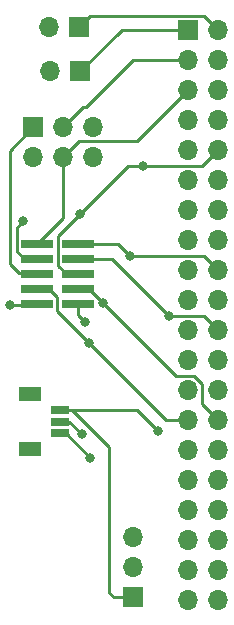
<source format=gbr>
%TF.GenerationSoftware,KiCad,Pcbnew,6.0.8-f2edbf62ab~116~ubuntu22.04.1*%
%TF.CreationDate,2022-10-03T19:02:53-04:00*%
%TF.ProjectId,RaspberryPi_PicoProgrammer,52617370-6265-4727-9279-50695f506963,rev?*%
%TF.SameCoordinates,Original*%
%TF.FileFunction,Copper,L1,Top*%
%TF.FilePolarity,Positive*%
%FSLAX46Y46*%
G04 Gerber Fmt 4.6, Leading zero omitted, Abs format (unit mm)*
G04 Created by KiCad (PCBNEW 6.0.8-f2edbf62ab~116~ubuntu22.04.1) date 2022-10-03 19:02:53*
%MOMM*%
%LPD*%
G01*
G04 APERTURE LIST*
%TA.AperFunction,SMDPad,CuDef*%
%ADD10R,1.549400X0.660400*%
%TD*%
%TA.AperFunction,SMDPad,CuDef*%
%ADD11R,1.905000X1.295400*%
%TD*%
%TA.AperFunction,ComponentPad*%
%ADD12R,1.700000X1.700000*%
%TD*%
%TA.AperFunction,ComponentPad*%
%ADD13O,1.700000X1.700000*%
%TD*%
%TA.AperFunction,SMDPad,CuDef*%
%ADD14R,2.768600X0.660400*%
%TD*%
%TA.AperFunction,ViaPad*%
%ADD15C,0.800000*%
%TD*%
%TA.AperFunction,Conductor*%
%ADD16C,0.250000*%
%TD*%
G04 APERTURE END LIST*
D10*
%TO.P,J4,1,1*%
%TO.N,/SWDIO*%
X139878400Y-97150001D03*
%TO.P,J4,2,2*%
%TO.N,GND*%
X139878400Y-96150000D03*
%TO.P,J4,3,3*%
%TO.N,/SWDCLK*%
X139878400Y-95149999D03*
D11*
%TO.P,J4,4*%
%TO.N,N/C*%
X137353401Y-93850000D03*
%TO.P,J4,5*%
X137353401Y-98450000D03*
%TD*%
D12*
%TO.P,J3,1,Pin_1*%
%TO.N,/UartTX*%
X137625000Y-71210000D03*
D13*
%TO.P,J3,2,Pin_2*%
%TO.N,/SWO*%
X137625000Y-73750000D03*
%TO.P,J3,3,Pin_3*%
%TO.N,/SDA_0*%
X140165000Y-71210000D03*
%TO.P,J3,4,Pin_4*%
%TO.N,/SCL_0*%
X140165000Y-73750000D03*
%TO.P,J3,5,Pin_5*%
%TO.N,/SDA_1*%
X142705000Y-71210000D03*
%TO.P,J3,6,Pin_6*%
%TO.N,/SCL_1*%
X142705000Y-73750000D03*
%TD*%
D12*
%TO.P,J5,1,3V3*%
%TO.N,Net-(J5-Pad1)*%
X150750000Y-63000000D03*
D13*
%TO.P,J5,2,5V*%
%TO.N,Net-(J5-Pad2)*%
X153290000Y-63000000D03*
%TO.P,J5,3,SDA/GPIO2*%
%TO.N,/SDA_0*%
X150750000Y-65540000D03*
%TO.P,J5,4,5V*%
%TO.N,unconnected-(J5-Pad4)*%
X153290000Y-65540000D03*
%TO.P,J5,5,SCL/GPIO3*%
%TO.N,/SCL_0*%
X150750000Y-68080000D03*
%TO.P,J5,6,GND*%
%TO.N,GND*%
X153290000Y-68080000D03*
%TO.P,J5,7,GCLK0/GPIO4*%
%TO.N,unconnected-(J5-Pad7)*%
X150750000Y-70620000D03*
%TO.P,J5,8,GPIO14/TXD*%
%TO.N,/UartTX*%
X153290000Y-70620000D03*
%TO.P,J5,9,GND*%
%TO.N,GND*%
X150750000Y-73160000D03*
%TO.P,J5,10,GPIO15/RXD*%
%TO.N,/SWO*%
X153290000Y-73160000D03*
%TO.P,J5,11,GPIO17*%
%TO.N,unconnected-(J5-Pad11)*%
X150750000Y-75700000D03*
%TO.P,J5,12,GPIO18/PWM0*%
%TO.N,unconnected-(J5-Pad12)*%
X153290000Y-75700000D03*
%TO.P,J5,13,GPIO27*%
%TO.N,unconnected-(J5-Pad13)*%
X150750000Y-78240000D03*
%TO.P,J5,14,GND*%
%TO.N,GND*%
X153290000Y-78240000D03*
%TO.P,J5,15,GPIO22*%
%TO.N,unconnected-(J5-Pad15)*%
X150750000Y-80780000D03*
%TO.P,J5,16,GPIO23*%
%TO.N,unconnected-(J5-Pad16)*%
X153290000Y-80780000D03*
%TO.P,J5,17,3V3*%
%TO.N,unconnected-(J5-Pad17)*%
X150750000Y-83320000D03*
%TO.P,J5,18,GPIO24*%
%TO.N,/SWDIO*%
X153290000Y-83320000D03*
%TO.P,J5,19,MOSI0/GPIO10*%
%TO.N,unconnected-(J5-Pad19)*%
X150750000Y-85860000D03*
%TO.P,J5,20,GND*%
%TO.N,GND*%
X153290000Y-85860000D03*
%TO.P,J5,21,MISO0/GPIO9*%
%TO.N,unconnected-(J5-Pad21)*%
X150750000Y-88400000D03*
%TO.P,J5,22,GPIO25*%
%TO.N,/SWDCLK*%
X153290000Y-88400000D03*
%TO.P,J5,23,SCLK0/GPIO11*%
%TO.N,unconnected-(J5-Pad23)*%
X150750000Y-90940000D03*
%TO.P,J5,24,~{CE0}/GPIO8*%
%TO.N,unconnected-(J5-Pad24)*%
X153290000Y-90940000D03*
%TO.P,J5,25,GND*%
%TO.N,GND*%
X150750000Y-93480000D03*
%TO.P,J5,26,~{CE1}/GPIO7*%
%TO.N,unconnected-(J5-Pad26)*%
X153290000Y-93480000D03*
%TO.P,J5,27,ID_SD/GPIO0*%
%TO.N,/SDA_1*%
X150750000Y-96020000D03*
%TO.P,J5,28,ID_SC/GPIO1*%
%TO.N,/SCL_1*%
X153290000Y-96020000D03*
%TO.P,J5,29,GCLK1/GPIO5*%
%TO.N,unconnected-(J5-Pad29)*%
X150750000Y-98560000D03*
%TO.P,J5,30,GND*%
%TO.N,GND*%
X153290000Y-98560000D03*
%TO.P,J5,31,GCLK2/GPIO6*%
%TO.N,unconnected-(J5-Pad31)*%
X150750000Y-101100000D03*
%TO.P,J5,32,PWM0/GPIO12*%
%TO.N,unconnected-(J5-Pad32)*%
X153290000Y-101100000D03*
%TO.P,J5,33,PWM1/GPIO13*%
%TO.N,unconnected-(J5-Pad33)*%
X150750000Y-103640000D03*
%TO.P,J5,34,GND*%
%TO.N,GND*%
X153290000Y-103640000D03*
%TO.P,J5,35,GPIO19/MISO1*%
%TO.N,unconnected-(J5-Pad35)*%
X150750000Y-106180000D03*
%TO.P,J5,36,GPIO16*%
%TO.N,unconnected-(J5-Pad36)*%
X153290000Y-106180000D03*
%TO.P,J5,37,GPIO26*%
%TO.N,unconnected-(J5-Pad37)*%
X150750000Y-108720000D03*
%TO.P,J5,38,GPIO20/MOSI1*%
%TO.N,unconnected-(J5-Pad38)*%
X153290000Y-108720000D03*
%TO.P,J5,39,GND*%
%TO.N,GND*%
X150750000Y-111260000D03*
%TO.P,J5,40,GPIO21/SCLK1*%
%TO.N,unconnected-(J5-Pad40)*%
X153290000Y-111260000D03*
%TD*%
D12*
%TO.P,3.3,1,A*%
%TO.N,Net-(J5-Pad1)*%
X141630400Y-66497200D03*
D13*
%TO.P,3.3,2,B*%
%TO.N,/power_output*%
X139090400Y-66497200D03*
%TD*%
D12*
%TO.P,5v,1,A*%
%TO.N,Net-(J5-Pad2)*%
X141528800Y-62738000D03*
D13*
%TO.P,5v,2,B*%
%TO.N,/power_output*%
X138988800Y-62738000D03*
%TD*%
D12*
%TO.P,SWD_Headers,1,Pin_1*%
%TO.N,/SWDCLK*%
X146050000Y-111030000D03*
D13*
%TO.P,SWD_Headers,2,Pin_2*%
%TO.N,GND*%
X146050000Y-108490000D03*
%TO.P,SWD_Headers,3,Pin_3*%
%TO.N,/SWO*%
X146050000Y-105950000D03*
%TD*%
D14*
%TO.P,J1,1,Pin_1*%
%TO.N,/SCL_0*%
X137922000Y-81127600D03*
%TO.P,J1,2,Pin_2*%
%TO.N,/SWDIO*%
X141452000Y-81127600D03*
%TO.P,J1,3,Pin_3*%
%TO.N,GND*%
X137922000Y-82397600D03*
%TO.P,J1,4,Pin_4*%
%TO.N,/SWDCLK*%
X141452000Y-82397600D03*
%TO.P,J1,5,Pin_5*%
%TO.N,/UartTX*%
X137922000Y-83667600D03*
%TO.P,J1,6,Pin_6*%
%TO.N,/SWO*%
X141452000Y-83667600D03*
%TO.P,J1,7,Pin_7*%
%TO.N,/SDA_1*%
X137922000Y-84937600D03*
%TO.P,J1,8,Pin_8*%
%TO.N,/SCL_1*%
X141452000Y-84937600D03*
%TO.P,J1,9,Pin_9*%
%TO.N,/power_output*%
X137922000Y-86207600D03*
%TO.P,J1,10,Pin_10*%
%TO.N,/SDA_0*%
X141452000Y-86207600D03*
%TD*%
D15*
%TO.N,/SDA_1*%
X142341600Y-89458800D03*
%TO.N,/SWDIO*%
X145848200Y-82145000D03*
X142443200Y-99212400D03*
%TO.N,/SWDCLK*%
X149148800Y-87223600D03*
X148183600Y-96926400D03*
%TO.N,/SWO*%
X146912200Y-74525000D03*
X141603550Y-78611550D03*
%TO.N,/SDA_0*%
X142036800Y-87680800D03*
%TO.N,/SCL_1*%
X143558200Y-86108600D03*
%TO.N,/power_output*%
X135686800Y-86309200D03*
%TO.N,GND*%
X141732000Y-97231200D03*
X136753600Y-79197200D03*
%TD*%
D16*
%TO.N,/UartTX*%
X135636000Y-82804000D02*
X136398000Y-83566000D01*
X137625000Y-71210000D02*
X135636000Y-73199000D01*
X136398000Y-83566000D02*
X137820400Y-83566000D01*
X137820400Y-83566000D02*
X137922000Y-83667600D01*
X135636000Y-73199000D02*
X135636000Y-82804000D01*
%TO.N,/SDA_1*%
X139631300Y-86748500D02*
X139631300Y-85592800D01*
X148902800Y-96020000D02*
X139631300Y-86748500D01*
X150750000Y-96020000D02*
X148902800Y-96020000D01*
X139631300Y-85592800D02*
X138976100Y-84937600D01*
X138976100Y-84937600D02*
X137922000Y-84937600D01*
%TO.N,/SCL_0*%
X140165000Y-78884600D02*
X137922000Y-81127600D01*
X140165000Y-73750000D02*
X140165000Y-78884600D01*
X150750000Y-68080000D02*
X146445000Y-72385000D01*
X146445000Y-72385000D02*
X141530000Y-72385000D01*
X141530000Y-72385000D02*
X140165000Y-73750000D01*
%TO.N,/SWDIO*%
X142443200Y-99212400D02*
X140380801Y-97150001D01*
X145848200Y-82145000D02*
X144830800Y-81127600D01*
X140380801Y-97150001D02*
X139878400Y-97150001D01*
X144830800Y-81127600D02*
X141452000Y-81127600D01*
X153290000Y-83320000D02*
X152115000Y-82145000D01*
X152115000Y-82145000D02*
X145848200Y-82145000D01*
%TO.N,/SWDCLK*%
X149150200Y-87225000D02*
X144322800Y-82397600D01*
X146407199Y-95149999D02*
X148183600Y-96926400D01*
X144456400Y-111030000D02*
X146050000Y-111030000D01*
X144322800Y-82397600D02*
X141452000Y-82397600D01*
X140903100Y-95149999D02*
X144068800Y-98315699D01*
X139878400Y-95149999D02*
X140903100Y-95149999D01*
X152115000Y-87225000D02*
X149150200Y-87225000D01*
X153290000Y-88400000D02*
X152115000Y-87225000D01*
X144068800Y-98315699D02*
X144068800Y-110642400D01*
X139878400Y-95149999D02*
X146407199Y-95149999D01*
X144068800Y-110642400D02*
X144456400Y-111030000D01*
%TO.N,/SWO*%
X153290000Y-73160000D02*
X151925000Y-74525000D01*
X139742700Y-82948300D02*
X140462000Y-83667600D01*
X140462000Y-83667600D02*
X141452000Y-83667600D01*
X145690100Y-74525000D02*
X141603550Y-78611550D01*
X146912200Y-74525000D02*
X145690100Y-74525000D01*
X139742700Y-80472400D02*
X139742700Y-82948300D01*
X151925000Y-74525000D02*
X146912200Y-74525000D01*
X141603550Y-78611550D02*
X139742700Y-80472400D01*
%TO.N,/SDA_0*%
X141452000Y-87096000D02*
X142036800Y-87680800D01*
X141829800Y-69545200D02*
X140165000Y-71210000D01*
X142087600Y-69545200D02*
X141829800Y-69545200D01*
X150750000Y-65540000D02*
X146092800Y-65540000D01*
X141452000Y-86207600D02*
X141452000Y-87096000D01*
X146092800Y-65540000D02*
X142087600Y-69545200D01*
%TO.N,/SCL_1*%
X151925000Y-94655000D02*
X151925000Y-92993299D01*
X153290000Y-96020000D02*
X151925000Y-94655000D01*
X142387200Y-84937600D02*
X141452000Y-84937600D01*
X151235301Y-92303600D02*
X149753200Y-92303600D01*
X149753200Y-92303600D02*
X143558200Y-86108600D01*
X151925000Y-92993299D02*
X151235301Y-92303600D01*
X143558200Y-86108600D02*
X142387200Y-84937600D01*
%TO.N,/power_output*%
X135686800Y-86309200D02*
X137820400Y-86309200D01*
X137820400Y-86309200D02*
X137922000Y-86207600D01*
%TO.N,Net-(J5-Pad1)*%
X150750000Y-63000000D02*
X145127600Y-63000000D01*
X145127600Y-63000000D02*
X141630400Y-66497200D01*
%TO.N,Net-(J5-Pad2)*%
X153290000Y-63000000D02*
X152115000Y-61825000D01*
X142441800Y-61825000D02*
X141528800Y-62738000D01*
X152115000Y-61825000D02*
X142441800Y-61825000D01*
%TO.N,GND*%
X140650800Y-96150000D02*
X141732000Y-97231200D01*
X136212700Y-79738100D02*
X136753600Y-79197200D01*
X137922000Y-82397600D02*
X136867900Y-82397600D01*
X139878400Y-96150000D02*
X140650800Y-96150000D01*
X136867900Y-82397600D02*
X136212700Y-81742400D01*
X136212700Y-81742400D02*
X136212700Y-79738100D01*
%TD*%
M02*

</source>
